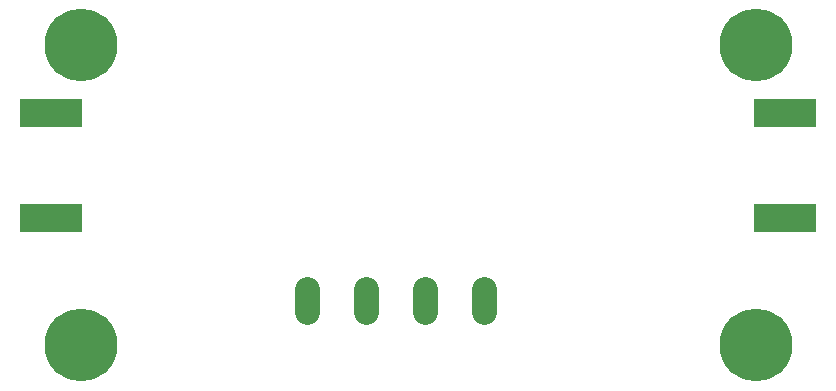
<source format=gbs>
G75*
%MOIN*%
%OFA0B0*%
%FSLAX25Y25*%
%IPPOS*%
%LPD*%
%AMOC8*
5,1,8,0,0,1.08239X$1,22.5*
%
%ADD10R,0.20600X0.09600*%
%ADD11C,0.08400*%
%ADD12C,0.24222*%
D10*
X0048606Y0064400D03*
X0048606Y0099200D03*
X0293406Y0099200D03*
X0293406Y0064400D03*
D11*
X0193106Y0040700D02*
X0193106Y0032900D01*
X0173306Y0032900D02*
X0173306Y0040700D01*
X0153706Y0040700D02*
X0153706Y0032900D01*
X0133906Y0032900D02*
X0133906Y0040700D01*
D12*
X0058506Y0021800D03*
X0058506Y0121800D03*
X0283506Y0121800D03*
X0283506Y0021800D03*
M02*

</source>
